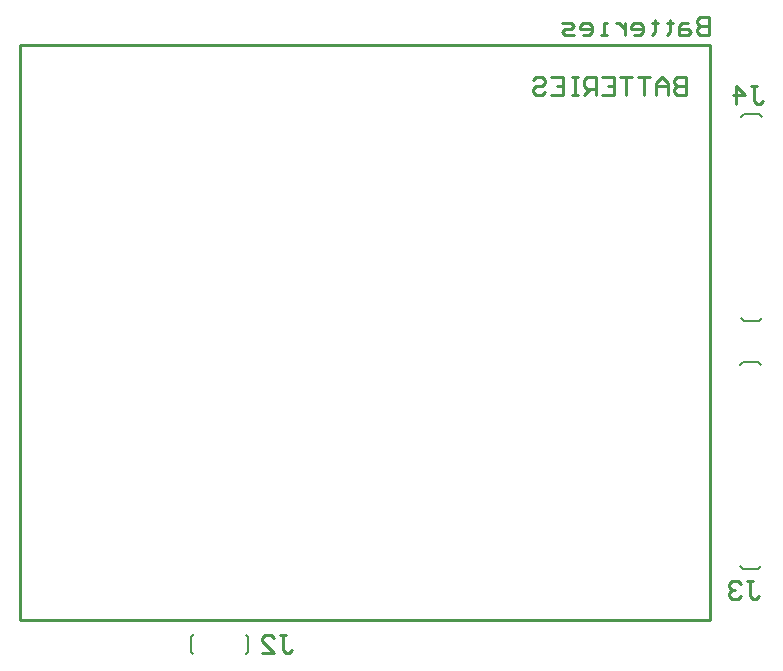
<source format=gbo>
G04 Layer_Color=32896*
%FSLAX44Y44*%
%MOMM*%
G71*
G01*
G75*
%ADD34C,0.1270*%
%ADD38C,0.2540*%
D34*
X625150Y320040D02*
X637850D01*
X622610Y322580D02*
X625150Y320040D01*
X622610Y492760D02*
X625150Y495300D01*
X637850D01*
Y320040D02*
X640390Y322580D01*
X637850Y495300D02*
X640390Y492760D01*
X624840Y110490D02*
X637540D01*
X622300Y113030D02*
X624840Y110490D01*
X622300Y283210D02*
X624840Y285750D01*
X637540D01*
Y110490D02*
X640080Y113030D01*
X637540Y285750D02*
X640080Y283210D01*
X157480Y40170D02*
X159385Y38266D01*
X157480Y52870D02*
X160020Y55410D01*
X157480Y40170D02*
Y52870D01*
X203835Y54776D02*
X205740Y52870D01*
Y40170D02*
Y52870D01*
X203835Y38266D02*
X205740Y40170D01*
D38*
X596900Y67310D02*
Y553720D01*
X12700Y67310D02*
X596900D01*
X12700D02*
Y553720D01*
X596900D01*
X631166Y519428D02*
X636245D01*
X633706D01*
Y506732D01*
X636245Y504193D01*
X638784D01*
X641323Y506732D01*
X618471Y504193D02*
Y519428D01*
X626088Y511810D01*
X615932D01*
X232413Y54605D02*
X237492D01*
X234953D01*
Y41909D01*
X237492Y39370D01*
X240031D01*
X242570Y41909D01*
X217178Y39370D02*
X227335D01*
X217178Y49527D01*
Y52066D01*
X219717Y54605D01*
X224796D01*
X227335Y52066D01*
X627858Y100325D02*
X632936D01*
X630397D01*
Y87629D01*
X632936Y85090D01*
X635475D01*
X638014Y87629D01*
X622779Y97786D02*
X620240Y100325D01*
X615162D01*
X612622Y97786D01*
Y95247D01*
X615162Y92708D01*
X617701D01*
X615162D01*
X612622Y90168D01*
Y87629D01*
X615162Y85090D01*
X620240D01*
X622779Y87629D01*
X595603Y577848D02*
Y562613D01*
X587986D01*
X585447Y565152D01*
Y567691D01*
X587986Y570230D01*
X595603D01*
X587986D01*
X585447Y572769D01*
Y575308D01*
X587986Y577848D01*
X595603D01*
X577829Y572769D02*
X572751D01*
X570211Y570230D01*
Y562613D01*
X577829D01*
X580368Y565152D01*
X577829Y567691D01*
X570211D01*
X562594Y575308D02*
Y572769D01*
X565133D01*
X560055D01*
X562594D01*
Y565152D01*
X560055Y562613D01*
X549898Y575308D02*
Y572769D01*
X552437D01*
X547359D01*
X549898D01*
Y565152D01*
X547359Y562613D01*
X532124D02*
X537202D01*
X539741Y565152D01*
Y570230D01*
X537202Y572769D01*
X532124D01*
X529585Y570230D01*
Y567691D01*
X539741D01*
X524506Y572769D02*
Y562613D01*
Y567691D01*
X521967Y570230D01*
X519428Y572769D01*
X516889D01*
X509271Y562613D02*
X504193D01*
X506732D01*
Y572769D01*
X509271D01*
X488958Y562613D02*
X494036D01*
X496575Y565152D01*
Y570230D01*
X494036Y572769D01*
X488958D01*
X486419Y570230D01*
Y567691D01*
X496575D01*
X481340Y562613D02*
X473723D01*
X471184Y565152D01*
X473723Y567691D01*
X478801D01*
X481340Y570230D01*
X478801Y572769D01*
X471184D01*
X576580Y527045D02*
Y511810D01*
X568963D01*
X566423Y514349D01*
Y516888D01*
X568963Y519427D01*
X576580D01*
X568963D01*
X566423Y521967D01*
Y524506D01*
X568963Y527045D01*
X576580D01*
X561345Y511810D02*
Y521967D01*
X556267Y527045D01*
X551188Y521967D01*
Y511810D01*
Y519427D01*
X561345D01*
X546110Y527045D02*
X535953D01*
X541031D01*
Y511810D01*
X530875Y527045D02*
X520718D01*
X525796D01*
Y511810D01*
X505483Y527045D02*
X515640D01*
Y511810D01*
X505483D01*
X515640Y519427D02*
X510561D01*
X500405Y511810D02*
Y527045D01*
X492787D01*
X490248Y524506D01*
Y519427D01*
X492787Y516888D01*
X500405D01*
X495326D02*
X490248Y511810D01*
X485170Y527045D02*
X480091D01*
X482630D01*
Y511810D01*
X485170D01*
X480091D01*
X462317Y527045D02*
X472474D01*
Y511810D01*
X462317D01*
X472474Y519427D02*
X467395D01*
X447082Y524506D02*
X449621Y527045D01*
X454699D01*
X457239Y524506D01*
Y521967D01*
X454699Y519427D01*
X449621D01*
X447082Y516888D01*
Y514349D01*
X449621Y511810D01*
X454699D01*
X457239Y514349D01*
M02*

</source>
